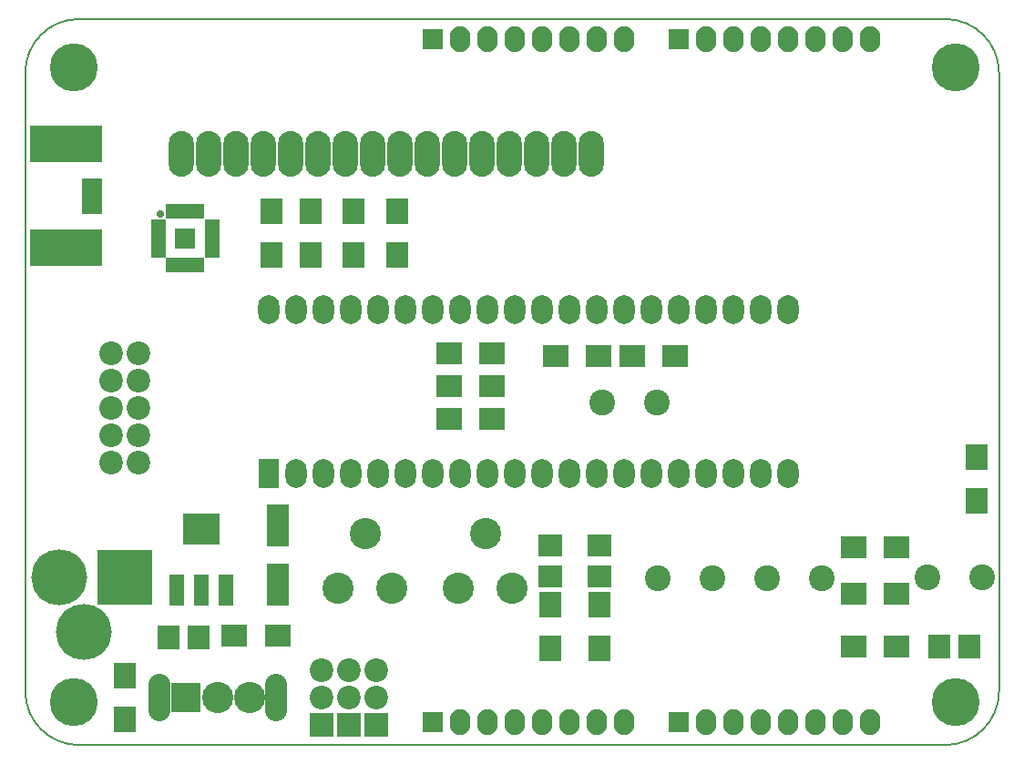
<source format=gts>
G04 #@! TF.FileFunction,Soldermask,Top*
%FSLAX46Y46*%
G04 Gerber Fmt 4.6, Leading zero omitted, Abs format (unit mm)*
G04 Created by KiCad (PCBNEW (2015-01-16 BZR 5376)-product) date 1/29/2016 4:56:34 PM*
%MOMM*%
G01*
G04 APERTURE LIST*
%ADD10C,0.150000*%
%ADD11C,2.400000*%
%ADD12C,5.200600*%
%ADD13R,5.200600X5.200600*%
%ADD14R,2.700000X2.700000*%
%ADD15C,2.900000*%
%ADD16O,2.051000X4.400000*%
%ADD17R,2.000200X3.999180*%
%ADD18R,2.200000X2.200000*%
%ADD19C,2.200000*%
%ADD20O,2.330400X4.260800*%
%ADD21R,1.974800X2.686000*%
%ADD22O,1.974800X2.686000*%
%ADD23R,1.900000X1.900000*%
%ADD24O,1.900000X2.400000*%
%ADD25C,2.899360*%
%ADD26R,1.400760X0.631140*%
%ADD27R,0.631140X1.400760*%
%ADD28R,1.901140X1.901140*%
%ADD29C,0.699720*%
%ADD30R,1.400760X2.899360*%
%ADD31R,3.399740X2.899360*%
%ADD32R,2.400000X2.000000*%
%ADD33C,4.464000*%
%ADD34R,2.000000X2.400000*%
%ADD35R,2.100000X2.400000*%
%ADD36R,2.400000X2.100000*%
%ADD37R,1.900000X0.800000*%
%ADD38R,3.400000X3.400000*%
%ADD39R,2.200860X1.997660*%
%ADD40R,1.997660X2.200860*%
G04 APERTURE END LIST*
D10*
X188000000Y-105000000D02*
G75*
G03X193000000Y-100000000I0J5000000D01*
G01*
X107500000Y-105000000D02*
X188000000Y-105000000D01*
X102500000Y-42500000D02*
X102500000Y-100000000D01*
X188000000Y-37500000D02*
X107500000Y-37500000D01*
X193000000Y-100000000D02*
X193000000Y-42500000D01*
X102500000Y-100000000D02*
G75*
G03X107500000Y-105000000I5000000J0D01*
G01*
X193000000Y-42500000D02*
G75*
G03X188000000Y-37500000I-5000000J0D01*
G01*
X107500000Y-37500000D02*
G75*
G03X102500000Y-42500000I0J-5000000D01*
G01*
D11*
X171450000Y-89535000D03*
X176530000Y-89535000D03*
D12*
X105664000Y-89408000D03*
D13*
X111760000Y-89408000D03*
D12*
X107950000Y-94488000D03*
D14*
X117396000Y-100584000D03*
D15*
X120396000Y-100584000D03*
X123396000Y-100584000D03*
D16*
X125796040Y-100584000D03*
X114995960Y-100584000D03*
D17*
X125984000Y-84625180D03*
X125984000Y-90126820D03*
D18*
X130048000Y-103124000D03*
D19*
X130048000Y-100584000D03*
X130048000Y-98044000D03*
D18*
X132588000Y-103124000D03*
D19*
X132588000Y-100584000D03*
X132588000Y-98044000D03*
D18*
X135128000Y-103124000D03*
D19*
X135128000Y-100584000D03*
X135128000Y-98044000D03*
D20*
X116967000Y-50038000D03*
X119507000Y-50038000D03*
X122047000Y-50038000D03*
X124587000Y-50038000D03*
X127127000Y-50038000D03*
X129667000Y-50038000D03*
X132207000Y-50038000D03*
X134747000Y-50038000D03*
X137287000Y-50038000D03*
X139827000Y-50038000D03*
X142367000Y-50038000D03*
X144907000Y-50038000D03*
X147447000Y-50038000D03*
X149987000Y-50038000D03*
X152527000Y-50038000D03*
X155067000Y-50038000D03*
D21*
X125095000Y-79756000D03*
D22*
X127635000Y-79756000D03*
X130175000Y-79756000D03*
X132715000Y-79756000D03*
X135255000Y-79756000D03*
X137795000Y-79756000D03*
X140335000Y-79756000D03*
X142875000Y-79756000D03*
X145415000Y-79756000D03*
X147955000Y-79756000D03*
X150495000Y-79756000D03*
X153035000Y-79756000D03*
X155575000Y-79756000D03*
X158115000Y-79756000D03*
X160655000Y-79756000D03*
X163195000Y-79756000D03*
X165735000Y-79756000D03*
X168275000Y-79756000D03*
X170815000Y-79756000D03*
X173355000Y-79756000D03*
X173355000Y-64516000D03*
X170815000Y-64516000D03*
X168275000Y-64516000D03*
X165735000Y-64516000D03*
X163195000Y-64516000D03*
X160655000Y-64516000D03*
X158115000Y-64516000D03*
X155575000Y-64516000D03*
X153035000Y-64516000D03*
X150495000Y-64516000D03*
X147955000Y-64516000D03*
X145415000Y-64516000D03*
X142875000Y-64516000D03*
X140335000Y-64516000D03*
X137795000Y-64516000D03*
X135255000Y-64516000D03*
X132715000Y-64516000D03*
X130175000Y-64516000D03*
X127635000Y-64516000D03*
X125095000Y-64516000D03*
D23*
X140335000Y-102870000D03*
D24*
X142875000Y-102870000D03*
X145415000Y-102870000D03*
X147955000Y-102870000D03*
X150495000Y-102870000D03*
X153035000Y-102870000D03*
X155575000Y-102870000D03*
X158115000Y-102870000D03*
D23*
X163195000Y-39370000D03*
D24*
X165735000Y-39370000D03*
X168275000Y-39370000D03*
X170815000Y-39370000D03*
X173355000Y-39370000D03*
X175895000Y-39370000D03*
X178435000Y-39370000D03*
X180975000Y-39370000D03*
D23*
X140335000Y-39370000D03*
D24*
X142875000Y-39370000D03*
X145415000Y-39370000D03*
X147955000Y-39370000D03*
X150495000Y-39370000D03*
X153035000Y-39370000D03*
X155575000Y-39370000D03*
X158115000Y-39370000D03*
D23*
X163195000Y-102870000D03*
D24*
X165735000Y-102870000D03*
X168275000Y-102870000D03*
X170815000Y-102870000D03*
X173355000Y-102870000D03*
X175895000Y-102870000D03*
X178435000Y-102870000D03*
X180975000Y-102870000D03*
D19*
X113030000Y-78740000D03*
X110490000Y-78740000D03*
X113030000Y-76200000D03*
X110490000Y-76200000D03*
X113030000Y-73660000D03*
X110490000Y-73660000D03*
X113030000Y-71120000D03*
X110490000Y-71120000D03*
X113030000Y-68580000D03*
X110490000Y-68580000D03*
D25*
X134071360Y-85384640D03*
X136570720Y-90424000D03*
X131572000Y-90424000D03*
X145247360Y-85384640D03*
X147746720Y-90424000D03*
X142748000Y-90424000D03*
D11*
X186309000Y-89408000D03*
X191389000Y-89408000D03*
D26*
X114848640Y-59413140D03*
X114848640Y-58912760D03*
X114848640Y-58412380D03*
X114848640Y-57912000D03*
X114848640Y-57411620D03*
X114848640Y-56911240D03*
X114848640Y-56410860D03*
D27*
X115846860Y-55412640D03*
X116347240Y-55412640D03*
X116847620Y-55412640D03*
X117348000Y-55412640D03*
X117848380Y-55412640D03*
X118348760Y-55412640D03*
X118849140Y-55412640D03*
D26*
X119847360Y-56410860D03*
X119847360Y-56911240D03*
X119847360Y-57411620D03*
X119847360Y-57912000D03*
X119847360Y-58412380D03*
X119847360Y-58912760D03*
X119847360Y-59413140D03*
D27*
X118849140Y-60411360D03*
X118348760Y-60411360D03*
X117848380Y-60411360D03*
X117348000Y-60411360D03*
X116847620Y-60411360D03*
X116347240Y-60411360D03*
X115846860Y-60411360D03*
D28*
X117348000Y-57912000D03*
D29*
X115097560Y-55661560D03*
D30*
X118872000Y-90634820D03*
X121122440Y-90634820D03*
X116621560Y-90634820D03*
D31*
X118872000Y-84884260D03*
D11*
X161163000Y-73152000D03*
X156083000Y-73152000D03*
D32*
X141891000Y-74676000D03*
X145891000Y-74676000D03*
X141891000Y-71628000D03*
X145891000Y-71628000D03*
D33*
X107000000Y-101000000D03*
X107000000Y-42000000D03*
X189000000Y-42000000D03*
X189000000Y-101000000D03*
D11*
X161290000Y-89535000D03*
X166370000Y-89535000D03*
D34*
X125349000Y-59404000D03*
X125349000Y-55404000D03*
X129032000Y-55404000D03*
X129032000Y-59404000D03*
X132969000Y-55404000D03*
X132969000Y-59404000D03*
D32*
X141891000Y-68580000D03*
X145891000Y-68580000D03*
D34*
X111760000Y-102584000D03*
X111760000Y-98584000D03*
D35*
X190881000Y-82264000D03*
X190881000Y-78264000D03*
D36*
X121952000Y-94869000D03*
X125952000Y-94869000D03*
X179483000Y-95885000D03*
X183483000Y-95885000D03*
D35*
X151257000Y-95980000D03*
X151257000Y-91980000D03*
X155829000Y-95980000D03*
X155829000Y-91980000D03*
D36*
X179483000Y-90932000D03*
X183483000Y-90932000D03*
X179483000Y-86614000D03*
X183483000Y-86614000D03*
D35*
X137033000Y-59404000D03*
X137033000Y-55404000D03*
D32*
X151797000Y-68834000D03*
X155797000Y-68834000D03*
X162909000Y-68834000D03*
X158909000Y-68834000D03*
D37*
X108685000Y-52675000D03*
X108685000Y-53325000D03*
X108685000Y-53975000D03*
X108685000Y-54625000D03*
X108685000Y-55275000D03*
D38*
X107985000Y-49150000D03*
X104685000Y-49150000D03*
X107985000Y-58800000D03*
X104685000Y-58800000D03*
D39*
X151257000Y-89303860D03*
X151257000Y-86464140D03*
D40*
X115801140Y-94996000D03*
X118640860Y-94996000D03*
D39*
X155829000Y-89303860D03*
X155829000Y-86464140D03*
D40*
X187429140Y-95885000D03*
X190268860Y-95885000D03*
M02*

</source>
